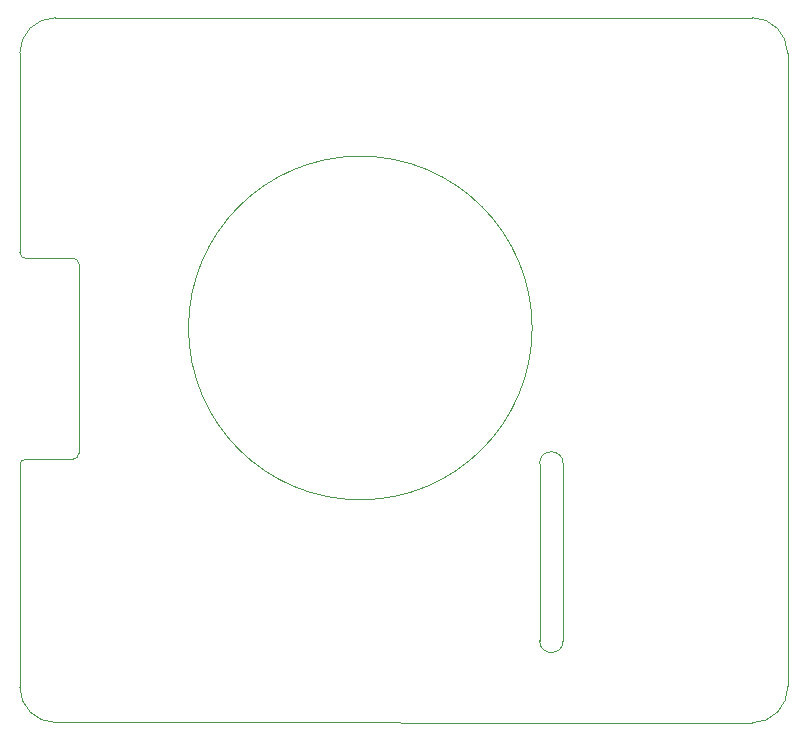
<source format=gm1>
G04 #@! TF.GenerationSoftware,KiCad,Pcbnew,(5.1.0)-1*
G04 #@! TF.CreationDate,2020-06-23T20:51:49+01:00*
G04 #@! TF.ProjectId,Universal Interface Board - Copy,556e6976-6572-4736-916c-20496e746572,-*
G04 #@! TF.SameCoordinates,Original*
G04 #@! TF.FileFunction,Profile,NP*
%FSLAX46Y46*%
G04 Gerber Fmt 4.6, Leading zero omitted, Abs format (unit mm)*
G04 Created by KiCad (PCBNEW (5.1.0)-1) date 2020-06-23 20:51:49*
%MOMM*%
%LPD*%
G04 APERTURE LIST*
%ADD10C,0.100000*%
G04 APERTURE END LIST*
D10*
X107950400Y-103187000D02*
X107950400Y-121981000D01*
X107950400Y-68310000D02*
X107950400Y-85187000D01*
X112950400Y-86187000D02*
G75*
G03X112450400Y-85687000I-500000J0D01*
G01*
X107950400Y-85187000D02*
G75*
G03X108450400Y-85687000I500000J0D01*
G01*
X108450400Y-85687000D02*
X112450400Y-85687000D01*
X108449527Y-102687001D02*
G75*
G03X107950400Y-103187000I873J-499999D01*
G01*
X112450400Y-102687000D02*
G75*
G03X112950400Y-102187000I0J500000D01*
G01*
X112450400Y-102687000D02*
X108450400Y-102687000D01*
X112950400Y-86187000D02*
X112950400Y-102187000D01*
X153950400Y-103060000D02*
X153950400Y-118060000D01*
X151325890Y-91580000D02*
G75*
G03X151325890Y-91580000I-14546490J0D01*
G01*
X151950400Y-118060000D02*
X151950400Y-103060000D01*
X153950400Y-103060000D02*
G75*
G03X151950400Y-103060000I-1000000J0D01*
G01*
X151950400Y-118060000D02*
G75*
G03X153950400Y-118060000I1000000J0D01*
G01*
X172950400Y-68310000D02*
G75*
G03X169950400Y-65310000I-3000000J0D01*
G01*
X169950400Y-125005381D02*
G75*
G03X172974400Y-121933000I0J3024381D01*
G01*
X107950400Y-121981000D02*
G75*
G03X110950400Y-124981000I3000000J0D01*
G01*
X110950400Y-65310000D02*
G75*
G03X107950400Y-68310000I0J-3000000D01*
G01*
X169950400Y-65310000D02*
X110950400Y-65310000D01*
X172974400Y-121933000D02*
X172950400Y-68310000D01*
X110950400Y-124981000D02*
X169950400Y-125005381D01*
M02*

</source>
